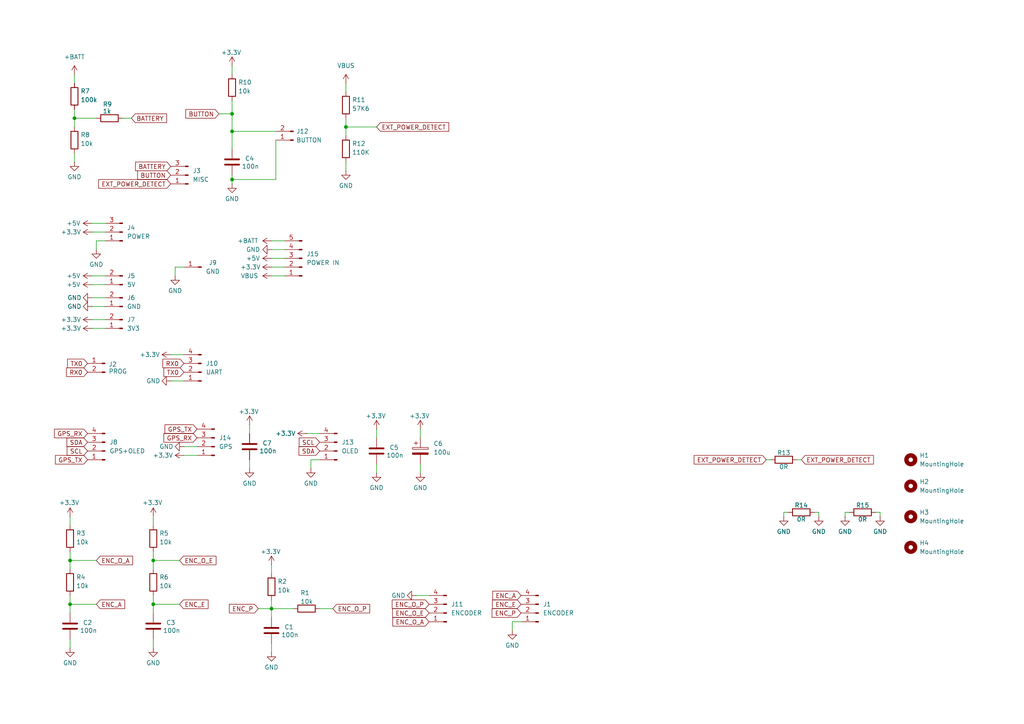
<source format=kicad_sch>
(kicad_sch (version 20231120) (generator "eeschema") (generator_version "8.0")
  (paper "A4")
  (lib_symbols
    (symbol "Connector:Conn_01x01_Pin" (pin_names (offset 1.016) hide)
      (property "Reference" "J" (at 0 2.54 0))
      (property "Value" "Conn_01x01_Pin" (at 0 -2.54 0))
      (symbol "Conn_01x01_Pin_1_1"
        (polyline (pts (xy 1.27 0) (xy 0.8636 0)) (stroke (width 0.1524)))
        (rectangle (start 0.8636 0.127) (end 0 -0.127) (stroke (width 0.1524)) (fill (type outline)))
        (pin passive line (at 5.08 0 180) (length 3.81) (name "Pin_1") (number "1"))
      )
    )
    (symbol "Connector:Conn_01x02_Pin" (pin_names (offset 1.016) hide)
      (property "Reference" "J" (at 0 2.54 0))
      (property "Value" "Conn_01x02_Pin" (at 0 -5.08 0))
      (symbol "Conn_01x02_Pin_1_1"
        (polyline (pts (xy 1.27 -2.54) (xy 0.8636 -2.54)) (stroke (width 0.1524)))
        (polyline (pts (xy 1.27 0) (xy 0.8636 0)) (stroke (width 0.1524)))
        (rectangle (start 0.8636 -2.413) (end 0 -2.667) (stroke (width 0.1524)) (fill (type outline)))
        (rectangle (start 0.8636 0.127) (end 0 -0.127) (stroke (width 0.1524)) (fill (type outline)))
        (pin passive line (at 5.08 0 180) (length 3.81) (name "Pin_1") (number "1"))
        (pin passive line (at 5.08 -2.54 180) (length 3.81) (name "Pin_2") (number "2"))
      )
    )
    (symbol "Connector:Conn_01x03_Pin" (pin_names (offset 1.016) hide)
      (property "Reference" "J" (at 0 5.08 0))
      (property "Value" "Conn_01x03_Pin" (at 0 -5.08 0))
      (symbol "Conn_01x03_Pin_1_1"
        (polyline (pts (xy 1.27 -2.54) (xy 0.8636 -2.54)) (stroke (width 0.1524)))
        (polyline (pts (xy 1.27 0) (xy 0.8636 0)) (stroke (width 0.1524)))
        (polyline (pts (xy 1.27 2.54) (xy 0.8636 2.54)) (stroke (width 0.1524)))
        (rectangle (start 0.8636 -2.413) (end 0 -2.667) (stroke (width 0.1524)) (fill (type outline)))
        (rectangle (start 0.8636 0.127) (end 0 -0.127) (stroke (width 0.1524)) (fill (type outline)))
        (rectangle (start 0.8636 2.667) (end 0 2.413) (stroke (width 0.1524)) (fill (type outline)))
        (pin passive line (at 5.08 2.54 180) (length 3.81) (name "Pin_1") (number "1"))
        (pin passive line (at 5.08 0 180) (length 3.81) (name "Pin_2") (number "2"))
        (pin passive line (at 5.08 -2.54 180) (length 3.81) (name "Pin_3") (number "3"))
      )
    )
    (symbol "Connector:Conn_01x04_Pin" (pin_names (offset 1.016) hide)
      (property "Reference" "J" (at 0 5.08 0))
      (property "Value" "Conn_01x04_Pin" (at 0 -7.62 0))
      (symbol "Conn_01x04_Pin_1_1"
        (polyline (pts (xy 1.27 -5.08) (xy 0.8636 -5.08)) (stroke (width 0.1524)))
        (polyline (pts (xy 1.27 -2.54) (xy 0.8636 -2.54)) (stroke (width 0.1524)))
        (polyline (pts (xy 1.27 0) (xy 0.8636 0)) (stroke (width 0.1524)))
        (polyline (pts (xy 1.27 2.54) (xy 0.8636 2.54)) (stroke (width 0.1524)))
        (rectangle (start 0.8636 -4.953) (end 0 -5.207) (stroke (width 0.1524)) (fill (type outline)))
        (rectangle (start 0.8636 -2.413) (end 0 -2.667) (stroke (width 0.1524)) (fill (type outline)))
        (rectangle (start 0.8636 0.127) (end 0 -0.127) (stroke (width 0.1524)) (fill (type outline)))
        (rectangle (start 0.8636 2.667) (end 0 2.413) (stroke (width 0.1524)) (fill (type outline)))
        (pin passive line (at 5.08 2.54 180) (length 3.81) (name "Pin_1") (number "1"))
        (pin passive line (at 5.08 0 180) (length 3.81) (name "Pin_2") (number "2"))
        (pin passive line (at 5.08 -2.54 180) (length 3.81) (name "Pin_3") (number "3"))
        (pin passive line (at 5.08 -5.08 180) (length 3.81) (name "Pin_4") (number "4"))
      )
    )
    (symbol "Connector:Conn_01x05_Pin" (pin_names (offset 1.016) hide)
      (property "Reference" "J" (at 0 7.62 0))
      (property "Value" "Conn_01x05_Pin" (at 0 -7.62 0))
      (symbol "Conn_01x05_Pin_1_1"
        (polyline (pts (xy 1.27 -5.08) (xy 0.8636 -5.08)) (stroke (width 0.1524)))
        (polyline (pts (xy 1.27 -2.54) (xy 0.8636 -2.54)) (stroke (width 0.1524)))
        (polyline (pts (xy 1.27 0) (xy 0.8636 0)) (stroke (width 0.1524)))
        (polyline (pts (xy 1.27 2.54) (xy 0.8636 2.54)) (stroke (width 0.1524)))
        (polyline (pts (xy 1.27 5.08) (xy 0.8636 5.08)) (stroke (width 0.1524)))
        (rectangle (start 0.8636 -4.953) (end 0 -5.207) (stroke (width 0.1524)) (fill (type outline)))
        (rectangle (start 0.8636 -2.413) (end 0 -2.667) (stroke (width 0.1524)) (fill (type outline)))
        (rectangle (start 0.8636 0.127) (end 0 -0.127) (stroke (width 0.1524)) (fill (type outline)))
        (rectangle (start 0.8636 2.667) (end 0 2.413) (stroke (width 0.1524)) (fill (type outline)))
        (rectangle (start 0.8636 5.207) (end 0 4.953) (stroke (width 0.1524)) (fill (type outline)))
        (pin passive line (at 5.08 5.08 180) (length 3.81) (name "Pin_1") (number "1"))
        (pin passive line (at 5.08 2.54 180) (length 3.81) (name "Pin_2") (number "2"))
        (pin passive line (at 5.08 0 180) (length 3.81) (name "Pin_3") (number "3"))
        (pin passive line (at 5.08 -2.54 180) (length 3.81) (name "Pin_4") (number "4"))
        (pin passive line (at 5.08 -5.08 180) (length 3.81) (name "Pin_5") (number "5"))
      )
    )
    (symbol "Device:C" (pin_numbers hide) (pin_names (offset 0.254))
      (property "Reference" "C" (at 0.635 2.54 0))
      (property "Value" "C" (at 0.635 -2.54 0))
      (symbol "C_0_1"
        (polyline (pts (xy -2.032 -0.762) (xy 2.032 -0.762)) (stroke (width 0.508)))
        (polyline (pts (xy -2.032 0.762) (xy 2.032 0.762)) (stroke (width 0.508)))
      )
      (symbol "C_1_1"
        (pin passive line (at 0 3.81 270) (length 2.794) (name "~") (number "1"))
        (pin passive line (at 0 -3.81 90) (length 2.794) (name "~") (number "2"))
      )
    )
    (symbol "Device:C_Polarized" (pin_numbers hide) (pin_names (offset 0.254))
      (property "Reference" "C" (at 0.635 2.54 0))
      (property "Value" "C_Polarized" (at 0.635 -2.54 0))
      (symbol "C_Polarized_0_1"
        (rectangle (start -2.286 0.508) (end 2.286 1.016))
        (polyline (pts (xy -1.778 2.286) (xy -0.762 2.286)))
        (polyline (pts (xy -1.27 2.794) (xy -1.27 1.778)))
        (rectangle (start 2.286 -0.508) (end -2.286 -1.016) (fill (type outline)))
      )
      (symbol "C_Polarized_1_1"
        (pin passive line (at 0 3.81 270) (length 2.794) (name "~") (number "1"))
        (pin passive line (at 0 -3.81 90) (length 2.794) (name "~") (number "2"))
      )
    )
    (symbol "Device:R" (pin_numbers hide) (pin_names (offset 0))
      (property "Reference" "R" (at 2.032 0 90))
      (property "Value" "R" (at 0 0 90))
      (symbol "R_0_1"
        (rectangle (start -1.016 -2.54) (end 1.016 2.54) (stroke (width 0.254)))
      )
      (symbol "R_1_1"
        (pin passive line (at 0 3.81 270) (length 1.27) (name "~") (number "1"))
        (pin passive line (at 0 -3.81 90) (length 1.27) (name "~") (number "2"))
      )
    )
    (symbol "Mechanical:MountingHole" (pin_names (offset 1.016)) (exclude_from_sim yes) (in_bom no)
      (property "Reference" "H" (at 0 5.08 0))
      (property "Value" "MountingHole" (at 0 3.175 0))
      (symbol "MountingHole_0_1"
        (circle (center 0 0) (radius 1.27) (stroke (width 1.27)))
      )
    )
    (symbol "power:+3.3V" (power) (pin_numbers hide) (pin_names (offset 0) hide)
      (property "Value" "+3.3V" (at 0 3.556 0))
      (symbol "+3.3V_0_1"
        (polyline (pts (xy -0.762 1.27) (xy 0 2.54)))
        (polyline (pts (xy 0 0) (xy 0 2.54)))
        (polyline (pts (xy 0 2.54) (xy 0.762 1.27)))
      )
      (symbol "+3.3V_1_1"
        (pin power_in line (at 0 0 90) (length 0) (name "~") (number "1"))
      )
    )
    (symbol "power:+5V" (power) (pin_numbers hide) (pin_names (offset 0) hide)
      (property "Value" "+5V" (at 0 3.556 0))
      (symbol "+5V_0_1"
        (polyline (pts (xy -0.762 1.27) (xy 0 2.54)))
        (polyline (pts (xy 0 0) (xy 0 2.54)))
        (polyline (pts (xy 0 2.54) (xy 0.762 1.27)))
      )
      (symbol "+5V_1_1"
        (pin power_in line (at 0 0 90) (length 0) (name "~") (number "1"))
      )
    )
    (symbol "power:+BATT" (power) (pin_numbers hide) (pin_names (offset 0) hide)
      (property "Value" "+BATT" (at 0 3.556 0))
      (symbol "+BATT_0_1"
        (polyline (pts (xy -0.762 1.27) (xy 0 2.54)))
        (polyline (pts (xy 0 0) (xy 0 2.54)))
        (polyline (pts (xy 0 2.54) (xy 0.762 1.27)))
      )
      (symbol "+BATT_1_1"
        (pin power_in line (at 0 0 90) (length 0) (name "~") (number "1"))
      )
    )
    (symbol "power:GND" (power) (pin_numbers hide) (pin_names (offset 0) hide)
      (property "Value" "GND" (at 0 -3.81 0))
      (symbol "GND_0_1"
        (polyline (pts (xy 0 0) (xy 0 -1.27) (xy 1.27 -1.27) (xy 0 -2.54) (xy -1.27 -1.27) (xy 0 -1.27)))
      )
      (symbol "GND_1_1"
        (pin power_in line (at 0 0 270) (length 0) (name "~") (number "1"))
      )
    )
    (symbol "power:VBUS" (power) (pin_numbers hide) (pin_names (offset 0) hide)
      (property "Value" "VBUS" (at 0 3.556 0))
      (symbol "VBUS_0_1"
        (polyline (pts (xy -0.762 1.27) (xy 0 2.54)))
        (polyline (pts (xy 0 0) (xy 0 2.54)))
        (polyline (pts (xy 0 2.54) (xy 0.762 1.27)))
      )
      (symbol "VBUS_1_1"
        (pin power_in line (at 0 0 90) (length 0) (name "~") (number "1"))
      )
    )
  )
  (junction (at 21.59 34.29))
  (junction (at 67.31 38.1))
  (junction (at 20.32 175.26))
  (junction (at 67.31 52.07))
  (junction (at 44.45 175.26))
  (junction (at 100.33 36.83))
  (junction (at 67.31 33.02))
  (junction (at 44.45 162.56))
  (junction (at 78.74 176.53))
  (junction (at 20.32 162.56))
  (wire (pts (xy 30.48 69.85) (xy 27.94 69.85)))
  (wire (pts (xy 88.9 125.73) (xy 92.71 125.73)))
  (wire (pts (xy 26.67 92.71) (xy 30.48 92.71)))
  (wire (pts (xy 20.32 187.96) (xy 20.32 185.42)))
  (wire (pts (xy 100.33 36.83) (xy 100.33 39.37)))
  (wire (pts (xy 72.39 125.73) (xy 72.39 123.19)))
  (wire (pts (xy 228.6 148.59) (xy 227.33 148.59)))
  (wire (pts (xy 21.59 21.59) (xy 21.59 24.13)))
  (wire (pts (xy 82.55 72.39) (xy 78.74 72.39)))
  (wire (pts (xy 100.33 49.53) (xy 100.33 46.99)))
  (wire (pts (xy 44.45 175.26) (xy 52.07 175.26)))
  (wire (pts (xy 20.32 172.72) (xy 20.32 175.26)))
  (wire (pts (xy 120.65 172.72) (xy 124.46 172.72)))
  (wire (pts (xy 26.67 82.55) (xy 30.48 82.55)))
  (wire (pts (xy 20.32 149.86) (xy 20.32 152.4)))
  (wire (pts (xy 254 148.59) (xy 255.27 148.59)))
  (wire (pts (xy 109.22 127) (xy 109.22 124.46)))
  (wire (pts (xy 53.34 129.54) (xy 57.15 129.54)))
  (wire (pts (xy 44.45 162.56) (xy 44.45 165.1)))
  (wire (pts (xy 20.32 175.26) (xy 27.94 175.26)))
  (wire (pts (xy 20.32 162.56) (xy 27.94 162.56)))
  (wire (pts (xy 67.31 53.34) (xy 67.31 52.07)))
  (wire (pts (xy 74.93 176.53) (xy 78.74 176.53)))
  (wire (pts (xy 92.71 176.53) (xy 96.52 176.53)))
  (wire (pts (xy 148.59 182.88) (xy 148.59 180.34)))
  (wire (pts (xy 90.17 133.35) (xy 92.71 133.35)))
  (wire (pts (xy 21.59 46.99) (xy 21.59 44.45)))
  (wire (pts (xy 44.45 160.02) (xy 44.45 162.56)))
  (wire (pts (xy 121.92 127) (xy 121.92 124.46)))
  (wire (pts (xy 78.74 176.53) (xy 78.74 179.07)))
  (wire (pts (xy 38.1 34.29) (xy 35.56 34.29)))
  (wire (pts (xy 20.32 162.56) (xy 20.32 165.1)))
  (wire (pts (xy 78.74 74.93) (xy 82.55 74.93)))
  (wire (pts (xy 20.32 175.26) (xy 20.32 177.8)))
  (wire (pts (xy 227.33 148.59) (xy 227.33 149.86)))
  (wire (pts (xy 78.74 176.53) (xy 85.09 176.53)))
  (wire (pts (xy 26.67 67.31) (xy 30.48 67.31)))
  (wire (pts (xy 44.45 175.26) (xy 44.45 177.8)))
  (wire (pts (xy 78.74 173.99) (xy 78.74 176.53)))
  (wire (pts (xy 49.53 102.87) (xy 53.34 102.87)))
  (wire (pts (xy 148.59 180.34) (xy 151.13 180.34)))
  (wire (pts (xy 44.45 187.96) (xy 44.45 185.42)))
  (wire (pts (xy 237.49 148.59) (xy 237.49 149.86)))
  (wire (pts (xy 53.34 132.08) (xy 57.15 132.08)))
  (wire (pts (xy 78.74 69.85) (xy 82.55 69.85)))
  (wire (pts (xy 44.45 172.72) (xy 44.45 175.26)))
  (wire (pts (xy 26.67 95.25) (xy 30.48 95.25)))
  (wire (pts (xy 246.38 148.59) (xy 245.11 148.59)))
  (wire (pts (xy 26.67 86.36) (xy 30.48 86.36)))
  (wire (pts (xy 80.01 52.07) (xy 67.31 52.07)))
  (wire (pts (xy 49.53 110.49) (xy 53.34 110.49)))
  (wire (pts (xy 67.31 29.21) (xy 67.31 33.02)))
  (wire (pts (xy 27.94 69.85) (xy 27.94 72.39)))
  (wire (pts (xy 90.17 135.89) (xy 90.17 133.35)))
  (wire (pts (xy 109.22 137.16) (xy 109.22 134.62)))
  (wire (pts (xy 21.59 34.29) (xy 21.59 36.83)))
  (wire (pts (xy 67.31 38.1) (xy 80.01 38.1)))
  (wire (pts (xy 78.74 189.23) (xy 78.74 186.69)))
  (wire (pts (xy 78.74 163.83) (xy 78.74 166.37)))
  (wire (pts (xy 20.32 160.02) (xy 20.32 162.56)))
  (wire (pts (xy 100.33 34.29) (xy 100.33 36.83)))
  (wire (pts (xy 67.31 33.02) (xy 63.5 33.02)))
  (wire (pts (xy 100.33 36.83) (xy 109.22 36.83)))
  (wire (pts (xy 67.31 52.07) (xy 67.31 50.8)))
  (wire (pts (xy 26.67 64.77) (xy 30.48 64.77)))
  (wire (pts (xy 231.14 133.35) (xy 232.41 133.35)))
  (wire (pts (xy 67.31 38.1) (xy 67.31 43.18)))
  (wire (pts (xy 21.59 34.29) (xy 27.94 34.29)))
  (wire (pts (xy 50.8 80.01) (xy 50.8 77.47)))
  (wire (pts (xy 78.74 77.47) (xy 82.55 77.47)))
  (wire (pts (xy 80.01 40.64) (xy 80.01 52.07)))
  (wire (pts (xy 121.92 137.16) (xy 121.92 134.62)))
  (wire (pts (xy 223.52 133.35) (xy 222.25 133.35)))
  (wire (pts (xy 236.22 148.59) (xy 237.49 148.59)))
  (wire (pts (xy 100.33 24.13) (xy 100.33 26.67)))
  (wire (pts (xy 26.67 88.9) (xy 30.48 88.9)))
  (wire (pts (xy 21.59 31.75) (xy 21.59 34.29)))
  (wire (pts (xy 67.31 33.02) (xy 67.31 38.1)))
  (wire (pts (xy 245.11 148.59) (xy 245.11 149.86)))
  (wire (pts (xy 67.31 21.59) (xy 67.31 19.05)))
  (wire (pts (xy 78.74 80.01) (xy 82.55 80.01)))
  (wire (pts (xy 44.45 162.56) (xy 52.07 162.56)))
  (wire (pts (xy 44.45 149.86) (xy 44.45 152.4)))
  (wire (pts (xy 50.8 77.47) (xy 53.34 77.47)))
  (wire (pts (xy 72.39 135.89) (xy 72.39 133.35)))
  (wire (pts (xy 26.67 80.01) (xy 30.48 80.01)))
  (wire (pts (xy 255.27 148.59) (xy 255.27 149.86)))
  (global_label "TX0" (shape input) (at 53.34 107.95 180) (property "Intersheetrefs" "${INTERSHEET_REFS}" (effects (hide yes))))
  (global_label "SCL" (shape input) (at 92.71 128.27 180) (property "Intersheetrefs" "${INTERSHEET_REFS}" (effects (hide yes))))
  (global_label "ENC_O_P" (shape input) (at 124.46 175.26 180) (property "Intersheetrefs" "${INTERSHEET_REFS}" (effects (hide yes))))
  (global_label "ENC_P" (shape input) (at 151.13 177.8 180) (property "Intersheetrefs" "${INTERSHEET_REFS}" (effects (hide yes))))
  (global_label "EXT_POWER_DETECT" (shape input) (at 49.53 53.34 180) (property "Intersheetrefs" "${INTERSHEET_REFS}" (effects (hide yes))))
  (global_label "BUTTON" (shape input) (at 63.5 33.02 180) (property "Intersheetrefs" "${INTERSHEET_REFS}" (effects (hide yes))))
  (global_label "GPS_RX" (shape input) (at 25.4 125.73 180) (property "Intersheetrefs" "${INTERSHEET_REFS}" (effects (hide yes))))
  (global_label "SDA" (shape input) (at 25.4 128.27 180) (property "Intersheetrefs" "${INTERSHEET_REFS}" (effects (hide yes))))
  (global_label "TX0" (shape input) (at 25.4 105.41 180) (property "Intersheetrefs" "${INTERSHEET_REFS}" (effects (hide yes))))
  (global_label "SCL" (shape input) (at 25.4 130.81 180) (property "Intersheetrefs" "${INTERSHEET_REFS}" (effects (hide yes))))
  (global_label "ENC_O_E" (shape input) (at 124.46 177.8 180) (property "Intersheetrefs" "${INTERSHEET_REFS}" (effects (hide yes))))
  (global_label "EXT_POWER_DETECT" (shape input) (at 222.25 133.35 180) (property "Intersheetrefs" "${INTERSHEET_REFS}" (effects (hide yes))))
  (global_label "BATTERY" (shape input) (at 49.53 48.26 180) (property "Intersheetrefs" "${INTERSHEET_REFS}" (effects (hide yes))))
  (global_label "ENC_O_P" (shape input) (at 96.52 176.53 0) (property "Intersheetrefs" "${INTERSHEET_REFS}" (effects (hide yes))))
  (global_label "BATTERY" (shape input) (at 38.1 34.29 0) (property "Intersheetrefs" "${INTERSHEET_REFS}" (effects (hide yes))))
  (global_label "ENC_A" (shape input) (at 151.13 172.72 180) (property "Intersheetrefs" "${INTERSHEET_REFS}" (effects (hide yes))))
  (global_label "BUTTON" (shape input) (at 49.53 50.8 180) (property "Intersheetrefs" "${INTERSHEET_REFS}" (effects (hide yes))))
  (global_label "ENC_E" (shape input) (at 52.07 175.26 0) (property "Intersheetrefs" "${INTERSHEET_REFS}" (effects (hide yes))))
  (global_label "ENC_P" (shape input) (at 74.93 176.53 180) (property "Intersheetrefs" "${INTERSHEET_REFS}" (effects (hide yes))))
  (global_label "RX0" (shape input) (at 53.34 105.41 180) (property "Intersheetrefs" "${INTERSHEET_REFS}" (effects (hide yes))))
  (global_label "GPS_TX" (shape input) (at 57.15 124.46 180) (property "Intersheetrefs" "${INTERSHEET_REFS}" (effects (hide yes))))
  (global_label "RX0" (shape input) (at 25.4 107.95 180) (property "Intersheetrefs" "${INTERSHEET_REFS}" (effects (hide yes))))
  (global_label "GPS_TX" (shape input) (at 25.4 133.35 180) (property "Intersheetrefs" "${INTERSHEET_REFS}" (effects (hide yes))))
  (global_label "EXT_POWER_DETECT" (shape input) (at 109.22 36.83 0) (property "Intersheetrefs" "${INTERSHEET_REFS}" (effects (hide yes))))
  (global_label "GPS_RX" (shape input) (at 57.15 127 180) (property "Intersheetrefs" "${INTERSHEET_REFS}" (effects (hide yes))))
  (global_label "ENC_O_E" (shape input) (at 52.07 162.56 0) (property "Intersheetrefs" "${INTERSHEET_REFS}" (effects (hide yes))))
  (global_label "ENC_O_A" (shape input) (at 124.46 180.34 180) (property "Intersheetrefs" "${INTERSHEET_REFS}" (effects (hide yes))))
  (global_label "EXT_POWER_DETECT" (shape input) (at 232.41 133.35 0) (property "Intersheetrefs" "${INTERSHEET_REFS}" (effects (hide yes))))
  (global_label "SDA" (shape input) (at 92.71 130.81 180) (property "Intersheetrefs" "${INTERSHEET_REFS}" (effects (hide yes))))
  (global_label "ENC_E" (shape input) (at 151.13 175.26 180) (property "Intersheetrefs" "${INTERSHEET_REFS}" (effects (hide yes))))
  (global_label "ENC_A" (shape input) (at 27.94 175.26 0) (property "Intersheetrefs" "${INTERSHEET_REFS}" (effects (hide yes))))
  (global_label "ENC_O_A" (shape input) (at 27.94 162.56 0) (property "Intersheetrefs" "${INTERSHEET_REFS}" (effects (hide yes))))
  (symbol (lib_id "power:GND") (at 27.94 72.39 0) (mirror y) (unit 1)
    (property "Reference" "#PWR010" (effects (hide yes)))
    (property "Value" "GND" (at 27.94 76.708 0))
    (property "Description" "Power symbol creates a global label with name \"GND\" , ground" (effects (hide yes)))
  )
  (symbol (lib_id "Device:R") (at 31.75 34.29 270) (unit 1)
    (property "Reference" "R9" (at 32.512 30.226 90) (effects (justify right)))
    (property "Value" "1k" (at 32.258 32.258 90) (effects (justify right)))
    (property "Footprint" "Resistor_SMD:R_1206_3216Metric_Pad1.30x1.75mm_HandSolder" (effects (hide yes)))
    (property "Description" "https://www.rcscomponents.kiev.ua/product/1-kohm-5-0-25w-200v-1206-rc1206jr-071kl-yageo_130896.html" (effects (hide yes)))
  )
  (symbol (lib_id "Device:R") (at 100.33 30.48 180) (unit 1)
    (property "Reference" "R11" (at 102.108 28.956 0) (effects (justify right)))
    (property "Value" "57K6" (at 102.108 31.496 0) (effects (justify right)))
    (property "Footprint" "Resistor_SMD:R_1210_3225Metric_Pad1.30x2.65mm_HandSolder" (effects (hide yes)))
    (property "Description" "https://www.rcscomponents.kiev.ua/product/57-6-kohm-1-0-25w-200v-1206-rc1206fr-57k6r-hitano-rezystor-smd_179853.html" (effects (hide yes)))
  )
  (symbol (lib_id "Device:C") (at 44.45 181.61 0) (unit 1)
    (property "Reference" "C3" (at 49.53 180.594 0))
    (property "Value" "100n" (at 49.784 182.88 0))
    (property "Footprint" "Capacitor_SMD:C_1206_3216Metric_Pad1.33x1.80mm_HandSolder" (effects (hide yes)))
    (property "Description" "https://www.rcscomponents.kiev.ua/product/100nf-50v-x7r-10-1206-4k-reel-cl31b104kbcnnnc-samsung_48855.html" (effects (hide yes)))
  )
  (symbol (lib_id "power:+BATT") (at 78.74 69.85 90) (unit 1)
    (property "Reference" "#PWR041" (effects (hide yes)))
    (property "Value" "+BATT" (at 74.93 69.8499 90) (effects (justify left)))
    (property "Description" "Power symbol creates a global label with name \"+BATT\"" (effects (hide yes)))
  )
  (symbol (lib_id "Device:R") (at 21.59 40.64 180) (unit 1)
    (property "Reference" "R8" (at 23.368 39.116 0) (effects (justify right)))
    (property "Value" "10k" (at 23.368 41.656 0) (effects (justify right)))
    (property "Footprint" "Resistor_SMD:R_1206_3216Metric_Pad1.30x1.75mm_HandSolder" (effects (hide yes)))
    (property "Description" "https://www.rcscomponents.kiev.ua/product/10-kohm-5-0-25w-200v-1206-rc1206jr-10kr-hitano-rezystor-smd_2210.html" (effects (hide yes)))
  )
  (symbol (lib_id "power:+3.3V") (at 78.74 77.47 90) (unit 1)
    (property "Reference" "#PWR038" (effects (hide yes)))
    (property "Value" "+3.3V" (at 72.644 77.47 90))
    (property "Description" "Power symbol creates a global label with name \"+3.3V\"" (effects (hide yes)))
  )
  (symbol (lib_id "power:+3.3V") (at 109.22 124.46 0) (unit 1)
    (property "Reference" "#PWR028" (effects (hide yes)))
    (property "Value" "+3.3V" (at 108.966 120.65 0))
    (property "Description" "Power symbol creates a global label with name \"+3.3V\"" (effects (hide yes)))
  )
  (symbol (lib_id "power:GND") (at 26.67 88.9 270) (mirror x) (unit 1)
    (property "Reference" "#PWR07" (effects (hide yes)))
    (property "Value" "GND" (at 21.59 88.9 90))
    (property "Description" "Power symbol creates a global label with name \"GND\" , ground" (effects (hide yes)))
  )
  (symbol (lib_id "power:+3.3V") (at 49.53 102.87 90) (unit 1)
    (property "Reference" "#PWR012" (effects (hide yes)))
    (property "Value" "+3.3V" (at 43.434 102.87 90))
    (property "Description" "Power symbol creates a global label with name \"+3.3V\"" (effects (hide yes)))
  )
  (symbol (lib_id "power:+3.3V") (at 26.67 92.71 90) (unit 1)
    (property "Reference" "#PWR08" (effects (hide yes)))
    (property "Value" "+3.3V" (at 20.574 92.71 90))
    (property "Description" "Power symbol creates a global label with name \"+3.3V\"" (effects (hide yes)))
  )
  (symbol (lib_id "power:+3.3V") (at 78.74 163.83 0) (unit 1)
    (property "Reference" "#PWR015" (effects (hide yes)))
    (property "Value" "+3.3V" (at 78.486 160.02 0))
    (property "Description" "Power symbol creates a global label with name \"+3.3V\"" (effects (hide yes)))
  )
  (symbol (lib_id "power:+5V") (at 78.74 74.93 90) (unit 1)
    (property "Reference" "#PWR035" (effects (hide yes)))
    (property "Value" "+5V" (at 75.438 74.93 90) (effects (justify left)))
    (property "Description" "Power symbol creates a global label with name \"+5V\"" (effects (hide yes)))
  )
  (symbol (lib_id "power:+3.3V") (at 20.32 149.86 0) (unit 1)
    (property "Reference" "#PWR017" (effects (hide yes)))
    (property "Value" "+3.3V" (at 20.066 145.796 0))
    (property "Description" "Power symbol creates a global label with name \"+3.3V\"" (effects (hide yes)))
  )
  (symbol (lib_id "Connector:Conn_01x04_Pin") (at 30.48 130.81 180) (unit 1)
    (property "Reference" "J8" (at 31.75 128.2699 0) (effects (justify right)))
    (property "Value" "GPS+OLED" (at 31.75 130.8099 0) (effects (justify right)))
    (property "Footprint" "Connector_PinHeader_2.54mm:PinHeader_1x04_P2.54mm_Vertical" (effects (hide yes)))
    (property "Description" "Generic connector, single row, 01x04, script generated" (effects (hide yes)))
  )
  (symbol (lib_id "Mechanical:MountingHole") (at 264.16 133.35 0) (unit 1) (exclude_from_sim yes) (in_bom no)
    (property "Reference" "H1" (at 266.7 132.0799 0) (effects (justify left)))
    (property "Value" "MountingHole" (at 266.7 134.6199 0) (effects (justify left)))
    (property "Footprint" "MountingHole:MountingHole_3.2mm_M3" (effects (hide yes)))
    (property "Description" "Mounting Hole without connection" (effects (hide yes)))
  )
  (symbol (lib_id "power:GND") (at 78.74 72.39 270) (mirror x) (unit 1)
    (property "Reference" "#PWR039" (effects (hide yes)))
    (property "Value" "GND" (at 73.406 72.39 90))
    (property "Description" "Power symbol creates a global label with name \"GND\" , ground" (effects (hide yes)))
  )
  (symbol (lib_id "power:+3.3V") (at 72.39 123.19 0) (unit 1)
    (property "Reference" "#PWR033" (effects (hide yes)))
    (property "Value" "+3.3V" (at 72.136 119.38 0))
    (property "Description" "Power symbol creates a global label with name \"+3.3V\"" (effects (hide yes)))
  )
  (symbol (lib_id "power:GND") (at 26.67 86.36 270) (mirror x) (unit 1)
    (property "Reference" "#PWR06" (effects (hide yes)))
    (property "Value" "GND" (at 21.59 86.36 90))
    (property "Description" "Power symbol creates a global label with name \"GND\" , ground" (effects (hide yes)))
  )
  (symbol (lib_id "Connector:Conn_01x01_Pin") (at 58.42 77.47 180) (unit 1)
    (property "Reference" "J9" (at 61.722 76.2 0))
    (property "Value" "GND" (at 61.722 78.74 0))
    (property "Footprint" "Connector_PinHeader_2.54mm:PinHeader_1x01_P2.54mm_Vertical" (effects (hide yes)))
    (property "Description" "Generic connector, single row, 01x01, script generated" (effects (hide yes)))
  )
  (symbol (lib_id "power:+5V") (at 26.67 80.01 90) (unit 1)
    (property "Reference" "#PWR04" (effects (hide yes)))
    (property "Value" "+5V" (at 23.368 80.01 90) (effects (justify left)))
    (property "Description" "Power symbol creates a global label with name \"+5V\"" (effects (hide yes)))
  )
  (symbol (lib_id "Connector:Conn_01x02_Pin") (at 35.56 88.9 180) (unit 1)
    (property "Reference" "J6" (at 36.83 86.3599 0) (effects (justify right)))
    (property "Value" "GND" (at 36.83 88.8999 0) (effects (justify right)))
    (property "Footprint" "Connector_PinHeader_2.54mm:PinHeader_1x02_P2.54mm_Vertical" (effects (hide yes)))
    (property "Description" "Generic connector, single row, 01x02, script generated" (effects (hide yes)))
  )
  (symbol (lib_id "Connector:Conn_01x05_Pin") (at 87.63 74.93 180) (unit 1)
    (property "Reference" "J15" (at 88.9 73.6599 0) (effects (justify right)))
    (property "Value" "POWER IN" (at 88.9 76.1999 0) (effects (justify right)))
    (property "Footprint" "Connector_PinHeader_2.54mm:PinHeader_1x05_P2.54mm_Horizontal" (effects (hide yes)))
    (property "Description" "Generic connector, single row, 01x05, script generated" (effects (hide yes)))
  )
  (symbol (lib_id "power:+3.3V") (at 67.31 19.05 0) (unit 1)
    (property "Reference" "#PWR023" (effects (hide yes)))
    (property "Value" "+3.3V" (at 67.056 15.24 0))
    (property "Description" "Power symbol creates a global label with name \"+3.3V\"" (effects (hide yes)))
  )
  (symbol (lib_id "power:GND") (at 53.34 129.54 270) (mirror x) (unit 1)
    (property "Reference" "#PWR032" (effects (hide yes)))
    (property "Value" "GND" (at 48.26 129.54 90))
    (property "Description" "Power symbol creates a global label with name \"GND\" , ground" (effects (hide yes)))
  )
  (symbol (lib_id "power:GND") (at 100.33 49.53 0) (unit 1)
    (property "Reference" "#PWR036" (effects (hide yes)))
    (property "Value" "GND" (at 100.33 53.848 0))
    (property "Description" "Power symbol creates a global label with name \"GND\" , ground" (effects (hide yes)))
  )
  (symbol (lib_id "power:GND") (at 120.65 172.72 270) (mirror x) (unit 1)
    (property "Reference" "#PWR014" (effects (hide yes)))
    (property "Value" "GND" (at 115.57 172.72 90))
    (property "Description" "Power symbol creates a global label with name \"GND\" , ground" (effects (hide yes)))
  )
  (symbol (lib_id "Connector:Conn_01x02_Pin") (at 85.09 40.64 180) (unit 1)
    (property "Reference" "J12" (at 85.9265 38.0999 0) (effects (justify right)))
    (property "Value" "BUTTON" (at 85.9265 40.6399 0) (effects (justify right)))
    (property "Footprint" "Connector_PinHeader_2.54mm:PinHeader_1x02_P2.54mm_Horizontal" (effects (hide yes)))
    (property "Description" "Generic connector, single row, 01x02, script generated" (effects (hide yes)))
  )
  (symbol (lib_id "Device:R") (at 250.19 148.59 90) (unit 1)
    (property "Reference" "R15" (at 250.19 146.558 90))
    (property "Value" "0R" (at 250.19 150.622 90))
    (property "Footprint" "Resistor_SMD:R_1206_3216Metric_Pad1.30x1.75mm_HandSolder" (effects (hide yes)))
    (property "Description" "https://www.rcscomponents.kiev.ua/product/0-ohm-5-0-25w-200v-1206-rc1206jr-0r-hitano-rezystor-smd_3684.html" (effects (hide yes)))
  )
  (symbol (lib_id "power:VBUS") (at 78.74 80.01 90) (unit 1)
    (property "Reference" "#PWR040" (effects (hide yes)))
    (property "Value" "VBUS" (at 74.93 80.0099 90) (effects (justify left)))
    (property "Description" "Power symbol creates a global label with name \"VBUS\"" (effects (hide yes)))
  )
  (symbol (lib_id "power:+5V") (at 26.67 82.55 90) (unit 1)
    (property "Reference" "#PWR05" (effects (hide yes)))
    (property "Value" "+5V" (at 23.368 82.55 90) (effects (justify left)))
    (property "Description" "Power symbol creates a global label with name \"+5V\"" (effects (hide yes)))
  )
  (symbol (lib_id "Connector:Conn_01x04_Pin") (at 62.23 129.54 180) (unit 1)
    (property "Reference" "J14" (at 63.5 126.9999 0) (effects (justify right)))
    (property "Value" "GPS" (at 63.5 129.5399 0) (effects (justify right)))
    (property "Footprint" "Connector_PinHeader_2.54mm:PinHeader_1x04_P2.54mm_Horizontal" (effects (hide yes)))
    (property "Description" "Generic connector, single row, 01x04, script generated" (effects (hide yes)))
  )
  (symbol (lib_id "power:GND") (at 44.45 187.96 0) (unit 1)
    (property "Reference" "#PWR020" (effects (hide yes)))
    (property "Value" "GND" (at 44.45 192.278 0))
    (property "Description" "Power symbol creates a global label with name \"GND\" , ground" (effects (hide yes)))
  )
  (symbol (lib_id "power:+3.3V") (at 121.92 124.46 0) (unit 1)
    (property "Reference" "#PWR029" (effects (hide yes)))
    (property "Value" "+3.3V" (at 121.666 120.65 0))
    (property "Description" "Power symbol creates a global label with name \"+3.3V\"" (effects (hide yes)))
  )
  (symbol (lib_id "power:+3.3V") (at 26.67 67.31 90) (unit 1)
    (property "Reference" "#PWR03" (effects (hide yes)))
    (property "Value" "+3.3V" (at 20.574 67.31 90))
    (property "Description" "Power symbol creates a global label with name \"+3.3V\"" (effects (hide yes)))
  )
  (symbol (lib_id "Mechanical:MountingHole") (at 264.16 158.75 0) (unit 1) (exclude_from_sim yes) (in_bom no)
    (property "Reference" "H4" (at 266.7 157.4799 0) (effects (justify left)))
    (property "Value" "MountingHole" (at 266.7 160.0199 0) (effects (justify left)))
    (property "Footprint" "MountingHole:MountingHole_3.2mm_M3" (effects (hide yes)))
    (property "Description" "Mounting Hole without connection" (effects (hide yes)))
  )
  (symbol (lib_id "Connector:Conn_01x04_Pin") (at 129.54 177.8 180) (unit 1)
    (property "Reference" "J11" (at 130.81 175.2599 0) (effects (justify right)))
    (property "Value" "ENCODER" (at 130.81 177.7999 0) (effects (justify right)))
    (property "Footprint" "Connector_PinHeader_2.54mm:PinHeader_1x04_P2.54mm_Horizontal" (effects (hide yes)))
    (property "Description" "Generic connector, single row, 01x04, script generated" (effects (hide yes)))
  )
  (symbol (lib_id "power:GND") (at 20.32 187.96 0) (unit 1)
    (property "Reference" "#PWR018" (effects (hide yes)))
    (property "Value" "GND" (at 20.32 192.278 0))
    (property "Description" "Power symbol creates a global label with name \"GND\" , ground" (effects (hide yes)))
  )
  (symbol (lib_id "Device:R") (at 20.32 156.21 180) (unit 1)
    (property "Reference" "R3" (at 22.098 154.686 0) (effects (justify right)))
    (property "Value" "10k" (at 22.098 157.226 0) (effects (justify right)))
    (property "Footprint" "Resistor_SMD:R_1206_3216Metric_Pad1.30x1.75mm_HandSolder" (effects (hide yes)))
    (property "Description" "https://www.rcscomponents.kiev.ua/product/10-kohm-5-0-25w-200v-1206-rc1206jr-10kr-hitano-rezystor-smd_2210.html" (effects (hide yes)))
  )
  (symbol (lib_id "power:+3.3V") (at 53.34 132.08 90) (unit 1)
    (property "Reference" "#PWR031" (effects (hide yes)))
    (property "Value" "+3.3V" (at 47.244 132.08 90))
    (property "Description" "Power symbol creates a global label with name \"+3.3V\"" (effects (hide yes)))
  )
  (symbol (lib_id "power:GND") (at 121.92 137.16 0) (unit 1)
    (property "Reference" "#PWR030" (effects (hide yes)))
    (property "Value" "GND" (at 121.92 141.478 0))
    (property "Description" "Power symbol creates a global label with name \"GND\" , ground" (effects (hide yes)))
  )
  (symbol (lib_id "Device:R") (at 100.33 43.18 180) (unit 1)
    (property "Reference" "R12" (at 102.108 41.656 0) (effects (justify right)))
    (property "Value" "110K" (at 102.108 44.196 0) (effects (justify right)))
    (property "Footprint" "Resistor_SMD:R_1206_3216Metric_Pad1.30x1.75mm_HandSolder" (effects (hide yes)))
    (property "Description" "https://www.rcscomponents.kiev.ua/product/110-kohm-5-0-25w-200v-1206-rc1206jr-110k-hitano-rezystor-smd_2196.html" (effects (hide yes)))
  )
  (symbol (lib_id "Device:C_Polarized") (at 121.92 130.81 0) (unit 1)
    (property "Reference" "C6" (at 125.73 128.6509 0) (effects (justify left)))
    (property "Value" "100u" (at 125.73 131.1909 0) (effects (justify left)))
    (property "Footprint" "Capacitor_Tantalum_SMD:CP_EIA-3528-21_Kemet-B_Pad1.50x2.35mm_HandSolder" (effects (hide yes)))
    (property "Description" "https://www.rcscomponents.kiev.ua/product/100uf-6-3v-size-b-10-tajb107k006rnj-avx-kondensator-tantalovyi-smd_39633.html" (effects (hide yes)))
  )
  (symbol (lib_id "Device:C") (at 109.22 130.81 0) (unit 1)
    (property "Reference" "C5" (at 114.3 129.794 0))
    (property "Value" "100n" (at 114.554 132.08 0))
    (property "Footprint" "Capacitor_SMD:C_1206_3216Metric_Pad1.33x1.80mm_HandSolder" (effects (hide yes)))
    (property "Description" "https://www.rcscomponents.kiev.ua/product/100nf-50v-x7r-10-1206-4k-reel-cl31b104kbcnnnc-samsung_48855.html" (effects (hide yes)))
  )
  (symbol (lib_id "Connector:Conn_01x03_Pin") (at 35.56 67.31 180) (unit 1)
    (property "Reference" "J4" (at 36.83 66.0399 0) (effects (justify right)))
    (property "Value" "POWER" (at 36.83 68.5799 0) (effects (justify right)))
    (property "Footprint" "Connector_PinHeader_2.54mm:PinHeader_1x03_P2.54mm_Vertical" (effects (hide yes)))
    (property "Description" "Generic connector, single row, 01x03, script generated" (effects (hide yes)))
  )
  (symbol (lib_id "power:GND") (at 90.17 135.89 0) (unit 1)
    (property "Reference" "#PWR025" (effects (hide yes)))
    (property "Value" "GND" (at 90.17 140.208 0))
    (property "Description" "Power symbol creates a global label with name \"GND\" , ground" (effects (hide yes)))
  )
  (symbol (lib_id "power:+3.3V") (at 44.45 149.86 0) (unit 1)
    (property "Reference" "#PWR019" (effects (hide yes)))
    (property "Value" "+3.3V" (at 44.196 145.796 0))
    (property "Description" "Power symbol creates a global label with name \"+3.3V\"" (effects (hide yes)))
  )
  (symbol (lib_id "power:+3.3V") (at 88.9 125.73 90) (unit 1)
    (property "Reference" "#PWR026" (effects (hide yes)))
    (property "Value" "+3.3V" (at 82.804 125.73 90))
    (property "Description" "Power symbol creates a global label with name \"+3.3V\"" (effects (hide yes)))
  )
  (symbol (lib_id "power:+3.3V") (at 26.67 95.25 90) (unit 1)
    (property "Reference" "#PWR09" (effects (hide yes)))
    (property "Value" "+3.3V" (at 20.574 95.25 90))
    (property "Description" "Power symbol creates a global label with name \"+3.3V\"" (effects (hide yes)))
  )
  (symbol (lib_id "power:GND") (at 109.22 137.16 0) (unit 1)
    (property "Reference" "#PWR027" (effects (hide yes)))
    (property "Value" "GND" (at 109.22 141.478 0))
    (property "Description" "Power symbol creates a global label with name \"GND\" , ground" (effects (hide yes)))
  )
  (symbol (lib_id "Device:R") (at 20.32 168.91 180) (unit 1)
    (property "Reference" "R4" (at 22.098 167.386 0) (effects (justify right)))
    (property "Value" "10k" (at 22.098 169.926 0) (effects (justify right)))
    (property "Footprint" "Resistor_SMD:R_1206_3216Metric_Pad1.30x1.75mm_HandSolder" (effects (hide yes)))
    (property "Description" "https://www.rcscomponents.kiev.ua/product/10-kohm-5-0-25w-200v-1206-rc1206jr-10kr-hitano-rezystor-smd_2210.html" (effects (hide yes)))
  )
  (symbol (lib_id "Mechanical:MountingHole") (at 264.16 149.86 0) (unit 1) (exclude_from_sim yes) (in_bom no)
    (property "Reference" "H3" (at 266.7 148.5899 0) (effects (justify left)))
    (property "Value" "MountingHole" (at 266.7 151.1299 0) (effects (justify left)))
    (property "Footprint" "MountingHole:MountingHole_3.2mm_M3" (effects (hide yes)))
    (property "Description" "Mounting Hole without connection" (effects (hide yes)))
  )
  (symbol (lib_id "power:+BATT") (at 21.59 21.59 0) (unit 1)
    (property "Reference" "#PWR021" (effects (hide yes)))
    (property "Value" "+BATT" (at 21.59 16.51 0))
    (property "Description" "Power symbol creates a global label with name \"+BATT\"" (effects (hide yes)))
  )
  (symbol (lib_id "power:GND") (at 21.59 46.99 0) (unit 1)
    (property "Reference" "#PWR022" (effects (hide yes)))
    (property "Value" "GND" (at 21.59 51.308 0))
    (property "Description" "Power symbol creates a global label with name \"GND\" , ground" (effects (hide yes)))
  )
  (symbol (lib_id "Device:R") (at 227.33 133.35 90) (unit 1)
    (property "Reference" "R13" (at 227.33 131.318 90))
    (property "Value" "0R" (at 227.33 135.382 90))
    (property "Footprint" "Resistor_SMD:R_1206_3216Metric_Pad1.30x1.75mm_HandSolder" (effects (hide yes)))
    (property "Description" "https://www.rcscomponents.kiev.ua/product/0-ohm-5-0-25w-200v-1206-rc1206jr-0r-hitano-rezystor-smd_3684.html" (effects (hide yes)))
  )
  (symbol (lib_id "Connector:Conn_01x02_Pin") (at 35.56 82.55 180) (unit 1)
    (property "Reference" "J5" (at 36.83 80.0099 0) (effects (justify right)))
    (property "Value" "5V" (at 36.83 82.5499 0) (effects (justify right)))
    (property "Footprint" "Connector_PinHeader_2.54mm:PinHeader_1x02_P2.54mm_Vertical" (effects (hide yes)))
    (property "Description" "Generic connector, single row, 01x02, script generated" (effects (hide yes)))
  )
  (symbol (lib_id "power:GND") (at 245.11 149.86 0) (unit 1)
    (property "Reference" "#PWR044" (effects (hide yes)))
    (property "Value" "GND" (at 245.11 154.178 0))
    (property "Description" "Power symbol creates a global label with name \"GND\" , ground" (effects (hide yes)))
  )
  (symbol (lib_id "power:GND") (at 78.74 189.23 0) (unit 1)
    (property "Reference" "#PWR016" (effects (hide yes)))
    (property "Value" "GND" (at 78.74 193.548 0))
    (property "Description" "Power symbol creates a global label with name \"GND\" , ground" (effects (hide yes)))
  )
  (symbol (lib_id "power:+5V") (at 26.67 64.77 90) (unit 1)
    (property "Reference" "#PWR02" (effects (hide yes)))
    (property "Value" "+5V" (at 23.368 64.77 90) (effects (justify left)))
    (property "Description" "Power symbol creates a global label with name \"+5V\"" (effects (hide yes)))
  )
  (symbol (lib_id "Device:R") (at 21.59 27.94 180) (unit 1)
    (property "Reference" "R7" (at 23.368 26.416 0) (effects (justify right)))
    (property "Value" "100k" (at 23.368 28.956 0) (effects (justify right)))
    (property "Footprint" "Resistor_SMD:R_1210_3225Metric_Pad1.30x2.65mm_HandSolder" (effects (hide yes)))
    (property "Description" "https://www.rcscomponents.kiev.ua/product/100-kohm-5-1-2w-200v-1210-1210waj0104t5e-royal-ohm_147403.html" (effects (hide yes)))
  )
  (symbol (lib_id "Connector:Conn_01x02_Pin") (at 35.56 95.25 180) (unit 1)
    (property "Reference" "J7" (at 36.83 92.7099 0) (effects (justify right)))
    (property "Value" "3V3" (at 36.83 95.2499 0) (effects (justify right)))
    (property "Footprint" "Connector_PinHeader_2.54mm:PinHeader_1x02_P2.54mm_Vertical" (effects (hide yes)))
    (property "Description" "Generic connector, single row, 01x02, script generated" (effects (hide yes)))
  )
  (symbol (lib_id "Device:R") (at 44.45 156.21 180) (unit 1)
    (property "Reference" "R5" (at 46.228 154.686 0) (effects (justify right)))
    (property "Value" "10k" (at 46.228 157.226 0) (effects (justify right)))
    (property "Footprint" "Resistor_SMD:R_1206_3216Metric_Pad1.30x1.75mm_HandSolder" (effects (hide yes)))
    (property "Description" "https://www.rcscomponents.kiev.ua/product/10-kohm-5-0-25w-200v-1206-rc1206jr-10kr-hitano-rezystor-smd_2210.html" (effects (hide yes)))
  )
  (symbol (lib_id "power:VBUS") (at 100.33 24.13 0) (unit 1)
    (property "Reference" "#PWR037" (effects (hide yes)))
    (property "Value" "VBUS" (at 100.33 19.05 0))
    (property "Description" "Power symbol creates a global label with name \"VBUS\"" (effects (hide yes)))
  )
  (symbol (lib_id "Device:R") (at 78.74 170.18 180) (unit 1)
    (property "Reference" "R2" (at 80.518 168.656 0) (effects (justify right)))
    (property "Value" "10k" (at 80.518 171.196 0) (effects (justify right)))
    (property "Footprint" "Resistor_SMD:R_1206_3216Metric_Pad1.30x1.75mm_HandSolder" (effects (hide yes)))
    (property "Description" "https://www.rcscomponents.kiev.ua/product/10-kohm-5-0-25w-200v-1206-rc1206jr-10kr-hitano-rezystor-smd_2210.html" (effects (hide yes)))
  )
  (symbol (lib_id "Device:C") (at 20.32 181.61 0) (unit 1)
    (property "Reference" "C2" (at 25.4 180.594 0))
    (property "Value" "100n" (at 25.654 182.88 0))
    (property "Footprint" "Capacitor_SMD:C_1206_3216Metric_Pad1.33x1.80mm_HandSolder" (effects (hide yes)))
    (property "Description" "https://www.rcscomponents.kiev.ua/product/100nf-50v-x7r-10-1206-4k-reel-cl31b104kbcnnnc-samsung_48855.html" (effects (hide yes)))
  )
  (symbol (lib_id "Device:C") (at 72.39 129.54 0) (unit 1)
    (property "Reference" "C7" (at 77.47 128.524 0))
    (property "Value" "100n" (at 77.724 130.81 0))
    (property "Footprint" "Capacitor_SMD:C_1206_3216Metric_Pad1.33x1.80mm_HandSolder" (effects (hide yes)))
    (property "Description" "https://www.rcscomponents.kiev.ua/product/100nf-50v-x7r-10-1206-4k-reel-cl31b104kbcnnnc-samsung_48855.html" (effects (hide yes)))
  )
  (symbol (lib_id "power:GND") (at 237.49 149.86 0) (unit 1)
    (property "Reference" "#PWR043" (effects (hide yes)))
    (property "Value" "GND" (at 237.49 154.178 0))
    (property "Description" "Power symbol creates a global label with name \"GND\" , ground" (effects (hide yes)))
  )
  (symbol (lib_id "Mechanical:MountingHole") (at 264.16 140.97 0) (unit 1) (exclude_from_sim yes) (in_bom no)
    (property "Reference" "H2" (at 266.7 139.6999 0) (effects (justify left)))
    (property "Value" "MountingHole" (at 266.7 142.2399 0) (effects (justify left)))
    (property "Footprint" "MountingHole:MountingHole_3.2mm_M3" (effects (hide yes)))
    (property "Description" "Mounting Hole without connection" (effects (hide yes)))
  )
  (symbol (lib_id "Connector:Conn_01x04_Pin") (at 156.21 177.8 180) (unit 1)
    (property "Reference" "J1" (at 157.48 175.2599 0) (effects (justify right)))
    (property "Value" "ENCODER" (at 157.48 177.7999 0) (effects (justify right)))
    (property "Footprint" "Connector_PinHeader_2.54mm:PinHeader_1x04_P2.54mm_Vertical" (effects (hide yes)))
    (property "Description" "Generic connector, single row, 01x04, script generated" (effects (hide yes)))
  )
  (symbol (lib_id "Connector:Conn_01x02_Pin") (at 30.48 105.41 0) (mirror y) (unit 1)
    (property "Reference" "J2" (at 31.496 105.664 0) (effects (justify right)))
    (property "Value" "PROG" (at 31.496 107.6961 0) (effects (justify right)))
    (property "Footprint" "Connector_PinHeader_2.54mm:PinHeader_1x02_P2.54mm_Vertical" (effects (hide yes)))
    (property "Description" "Generic connector, single row, 01x02, script generated" (effects (hide yes)))
  )
  (symbol (lib_id "power:GND") (at 49.53 110.49 270) (mirror x) (unit 1)
    (property "Reference" "#PWR013" (effects (hide yes)))
    (property "Value" "GND" (at 44.45 110.49 90))
    (property "Description" "Power symbol creates a global label with name \"GND\" , ground" (effects (hide yes)))
  )
  (symbol (lib_id "Device:C") (at 78.74 182.88 0) (unit 1)
    (property "Reference" "C1" (at 83.82 181.864 0))
    (property "Value" "100n" (at 84.074 184.15 0))
    (property "Footprint" "Capacitor_SMD:C_1206_3216Metric_Pad1.33x1.80mm_HandSolder" (effects (hide yes)))
    (property "Description" "https://www.rcscomponents.kiev.ua/product/100nf-50v-x7r-10-1206-4k-reel-cl31b104kbcnnnc-samsung_48855.html" (effects (hide yes)))
  )
  (symbol (lib_id "power:GND") (at 72.39 135.89 0) (unit 1)
    (property "Reference" "#PWR034" (effects (hide yes)))
    (property "Value" "GND" (at 72.39 140.208 0))
    (property "Description" "Power symbol creates a global label with name \"GND\" , ground" (effects (hide yes)))
  )
  (symbol (lib_id "Device:C") (at 67.31 46.99 0) (unit 1)
    (property "Reference" "C4" (at 72.39 45.974 0))
    (property "Value" "100n" (at 72.644 48.26 0))
    (property "Footprint" "Capacitor_SMD:C_1206_3216Metric_Pad1.33x1.80mm_HandSolder" (effects (hide yes)))
    (property "Description" "https://www.rcscomponents.kiev.ua/product/100nf-50v-x7r-10-1206-4k-reel-cl31b104kbcnnnc-samsung_48855.html" (effects (hide yes)))
  )
  (symbol (lib_id "Device:R") (at 44.45 168.91 180) (unit 1)
    (property "Reference" "R6" (at 46.228 167.386 0) (effects (justify right)))
    (property "Value" "10k" (at 46.228 169.926 0) (effects (justify right)))
    (property "Footprint" "Resistor_SMD:R_1206_3216Metric_Pad1.30x1.75mm_HandSolder" (effects (hide yes)))
    (property "Description" "https://www.rcscomponents.kiev.ua/product/10-kohm-5-0-25w-200v-1206-rc1206jr-10kr-hitano-rezystor-smd_2210.html" (effects (hide yes)))
  )
  (symbol (lib_id "Connector:Conn_01x03_Pin") (at 54.61 50.8 180) (unit 1)
    (property "Reference" "J3" (at 55.88 49.5299 0) (effects (justify right)))
    (property "Value" "MISC" (at 55.88 52.0699 0) (effects (justify right)))
    (property "Footprint" "Connector_PinHeader_2.54mm:PinHeader_1x03_P2.54mm_Vertical" (effects (hide yes)))
    (property "Description" "Generic connector, single row, 01x03, script generated" (effects (hide yes)))
  )
  (symbol (lib_id "power:GND") (at 255.27 149.86 0) (unit 1)
    (property "Reference" "#PWR045" (effects (hide yes)))
    (property "Value" "GND" (at 255.27 154.178 0))
    (property "Description" "Power symbol creates a global label with name \"GND\" , ground" (effects (hide yes)))
  )
  (symbol (lib_id "power:GND") (at 148.59 182.88 0) (unit 1)
    (property "Reference" "#PWR011" (effects (hide yes)))
    (property "Value" "GND" (at 148.59 187.198 0))
    (property "Description" "Power symbol creates a global label with name \"GND\" , ground" (effects (hide yes)))
  )
  (symbol (lib_id "Device:R") (at 232.41 148.59 90) (unit 1)
    (property "Reference" "R14" (at 232.41 146.558 90))
    (property "Value" "0R" (at 232.41 150.622 90))
    (property "Footprint" "Resistor_SMD:R_1206_3216Metric_Pad1.30x1.75mm_HandSolder" (effects (hide yes)))
    (property "Description" "https://www.rcscomponents.kiev.ua/product/0-ohm-5-0-25w-200v-1206-rc1206jr-0r-hitano-rezystor-smd_3684.html" (effects (hide yes)))
  )
  (symbol (lib_id "power:GND") (at 50.8 80.01 0) (unit 1)
    (property "Reference" "#PWR01" (effects (hide yes)))
    (property "Value" "GND" (at 50.8 84.328 0))
    (property "Description" "Power symbol creates a global label with name \"GND\" , ground" (effects (hide yes)))
  )
  (symbol (lib_id "Connector:Conn_01x04_Pin") (at 97.79 130.81 180) (unit 1)
    (property "Reference" "J13" (at 99.06 128.2699 0) (effects (justify right)))
    (property "Value" "OLED" (at 99.06 130.8099 0) (effects (justify right)))
    (property "Footprint" "Connector_PinHeader_2.54mm:PinHeader_1x04_P2.54mm_Horizontal" (effects (hide yes)))
    (property "Description" "Generic connector, single row, 01x04, script generated" (effects (hide yes)))
  )
  (symbol (lib_id "Device:R") (at 88.9 176.53 90) (unit 1)
    (property "Reference" "R1" (at 87.122 171.958 90) (effects (justify right)))
    (property "Value" "10k" (at 87.122 174.498 90) (effects (justify right)))
    (property "Footprint" "Resistor_SMD:R_1206_3216Metric_Pad1.30x1.75mm_HandSolder" (effects (hide yes)))
    (property "Description" "https://www.rcscomponents.kiev.ua/product/10-kohm-5-0-25w-200v-1206-rc1206jr-10kr-hitano-rezystor-smd_2210.html" (effects (hide yes)))
  )
  (symbol (lib_id "power:GND") (at 67.31 53.34 0) (unit 1)
    (property "Reference" "#PWR024" (effects (hide yes)))
    (property "Value" "GND" (at 67.31 57.658 0))
    (property "Description" "Power symbol creates a global label with name \"GND\" , ground" (effects (hide yes)))
  )
  (symbol (lib_id "Device:R") (at 67.31 25.4 180) (unit 1)
    (property "Reference" "R10" (at 69.088 23.876 0) (effects (justify right)))
    (property "Value" "10k" (at 69.088 26.416 0) (effects (justify right)))
    (property "Footprint" "Resistor_SMD:R_1206_3216Metric_Pad1.30x1.75mm_HandSolder" (effects (hide yes)))
    (property "Description" "https://www.rcscomponents.kiev.ua/product/10-kohm-5-0-25w-200v-1206-rc1206jr-10kr-hitano-rezystor-smd_2210.html" (effects (hide yes)))
  )
  (symbol (lib_id "Connector:Conn_01x04_Pin") (at 58.42 107.95 180) (unit 1)
    (property "Reference" "J10" (at 59.69 105.4099 0) (effects (justify right)))
    (property "Value" "UART" (at 59.69 107.9499 0) (effects (justify right)))
    (property "Footprint" "Connector_PinHeader_2.54mm:PinHeader_1x04_P2.54mm_Horizontal" (effects (hide yes)))
    (property "Description" "Generic connector, single row, 01x04, script generated" (effects (hide yes)))
  )
  (symbol (lib_id "power:GND") (at 227.33 149.86 0) (unit 1)
    (property "Reference" "#PWR042" (effects (hide yes)))
    (property "Value" "GND" (at 227.33 154.178 0))
    (property "Description" "Power symbol creates a global label with name \"GND\" , ground" (effects (hide yes)))
  )
)
</source>
